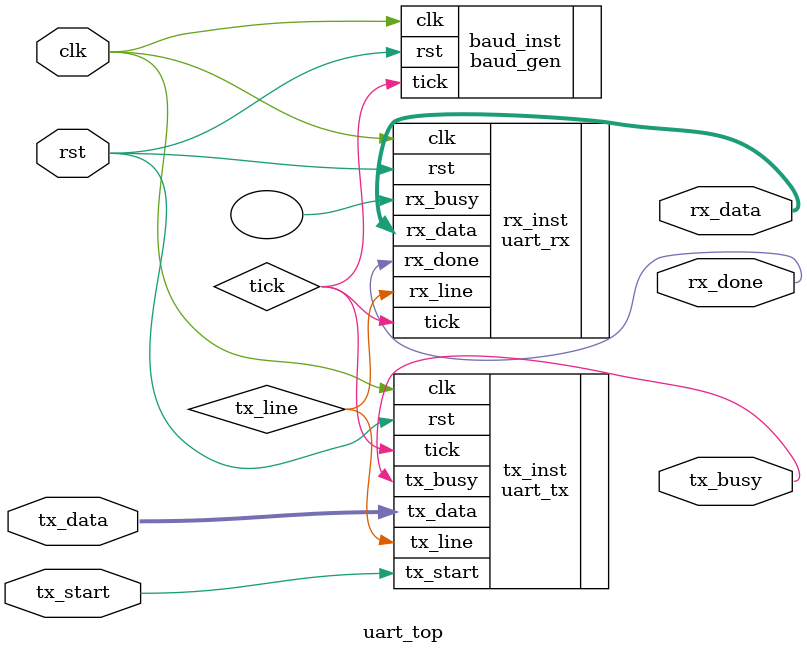
<source format=v>


module uart_top (clk, rst, tx_start, tx_data, rx_data, rx_done, tx_busy);

  // Ports
  input        clk;        // system clock input
  input        rst;        // asynchronous reset
  input        tx_start;   // start-transmission signal
  input  [7:0] tx_data;    // data byte to transmit
  output [7:0] rx_data;    // data byte received
  output       rx_done;    // pulse high when a byte is received
  output       tx_busy;    // indicates transmitter is active

  // Internal Wires
  wire tick;               // baud-rate tick from baud_gen
  wire tx_line;            // serial line between Tx and Rx (loopback)

  // Baud Generator
  baud_gen baud_inst (
    .clk (clk),            // connect system clock
    .rst (rst),            // connect reset
    .tick(tick)            // output tick pulse
  );

  // Transmitter
  uart_tx tx_inst (
    .clk      (clk),
    .rst      (rst),
    .tick     (tick),      // driven by baud tick
    .tx_start (tx_start),  // start pulse
    .tx_data  (tx_data),   // byte to send
    .tx_line  (tx_line),   // serial output line
    .tx_busy  (tx_busy)    // status flag
  );

  // Receiver (Loopback)
  uart_rx rx_inst (
    .clk      (clk),
    .rst      (rst),
    .tick     (tick),      // same baud tick for synchronization
    .rx_line  (tx_line),   // loopback connection from Tx
    .rx_data  (rx_data),   // received byte
    .rx_done  (rx_done),   // done pulse
    .rx_busy  ( )          // unused output ignored
  );

endmodule


// ---------------------------EXPLANATION---------------------------------
// The baud_gen module produces the shared timing tick.
// uart_tx sends serial data on tx_line.
// uart_rx receives data from the same tx_line (loopback).
// The design allows simulation of a full UART communication channel
// without external hardware. Each transmitted byte is immediately
// received and verified internally.
// -----------------------------------------------------------------------

</source>
